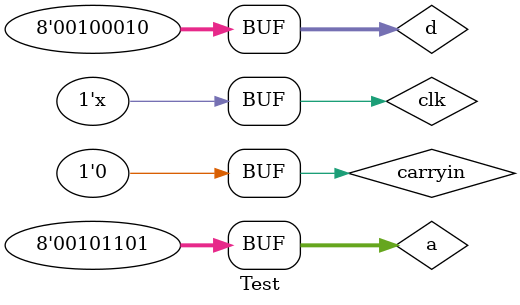
<source format=v>
`timescale 1ns / 1ps


module Test;

	// Inputs
	reg carryin;
	reg clk;
	reg [7:0] a;
	reg [7:0] d;

	// Outputs
	wire carryout;
	wire [7:0] p;

	// Instantiate the Unit Under Test (UUT)
	Adder_8bit uut (
		.carryout(carryout), 
		.carryin(carryin), 
		.clk(clk), 
		.a(a), 
		.d(d), 
		.p(p)
	);
	
	always
	begin
	#10 
	clk = ~clk;
	end

	initial begin
		// Initialize Inputs
		carryin = 0;
		clk = 0;
		a = 0;
		d = 0;

		// Wait 100 ns for global reset to finish
		#100;
        
		// Add stimulus here
		#300
		a = 50;
		d = 60;
		
		#300
		a = 75;
		d = 23;
		
		#300
		a = 45;
		d = 34;
		

	end
   initial
		$monitor("cin = %d, a = %d, b = %d, sum = %d, carry = %d",carryin, a, d, p, carryout);
endmodule


</source>
